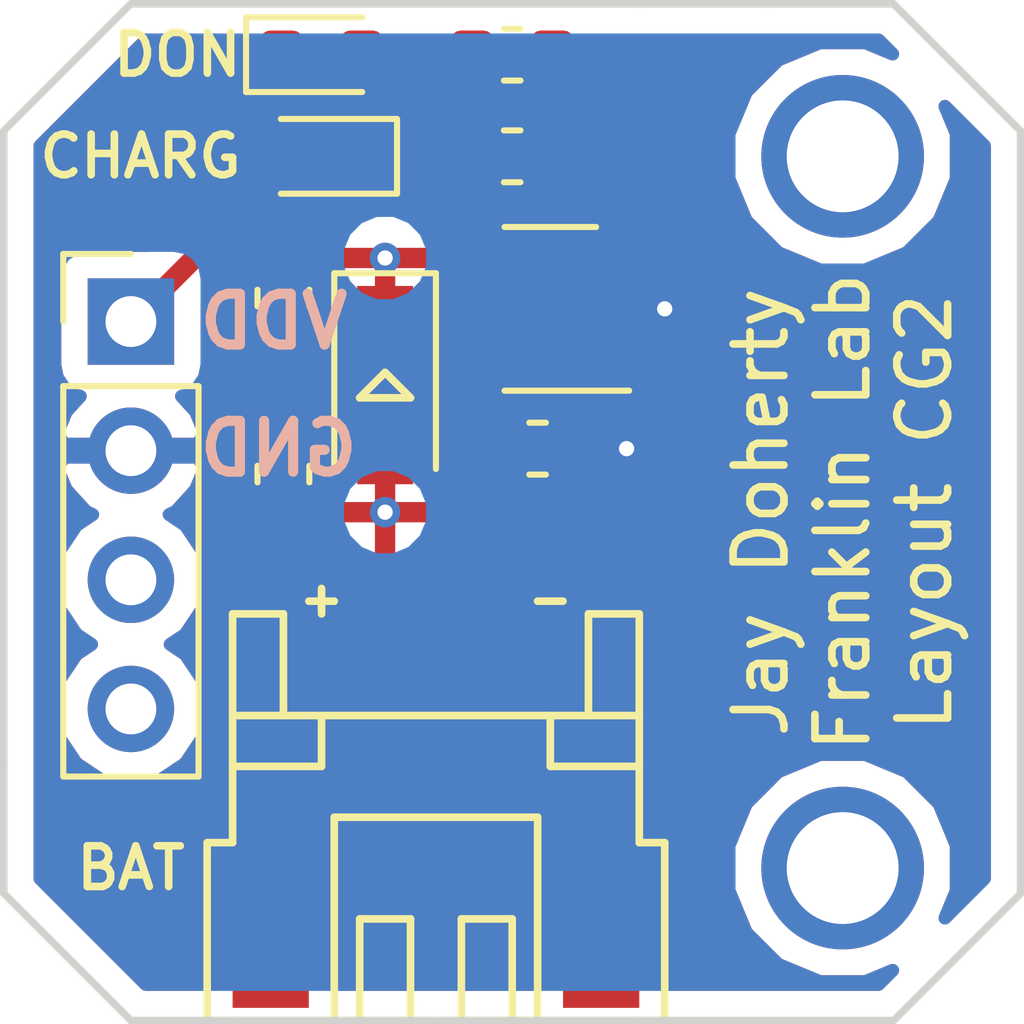
<source format=kicad_pcb>
(kicad_pcb (version 20171130) (host pcbnew "(5.0.0-3-g5ebb6b6)")

  (general
    (thickness 1.6)
    (drawings 21)
    (tracks 39)
    (zones 0)
    (modules 13)
    (nets 10)
  )

  (page A4)
  (layers
    (0 F.Cu signal)
    (31 B.Cu signal)
    (32 B.Adhes user)
    (33 F.Adhes user)
    (34 B.Paste user)
    (35 F.Paste user)
    (36 B.SilkS user)
    (37 F.SilkS user)
    (38 B.Mask user)
    (39 F.Mask user)
    (40 Dwgs.User user)
    (41 Cmts.User user)
    (42 Eco1.User user)
    (43 Eco2.User user)
    (44 Edge.Cuts user)
    (45 Margin user)
    (46 B.CrtYd user)
    (47 F.CrtYd user)
    (48 B.Fab user)
    (49 F.Fab user)
  )

  (setup
    (last_trace_width 0.254)
    (user_trace_width 0.4)
    (trace_clearance 0.254)
    (zone_clearance 0.508)
    (zone_45_only no)
    (trace_min 0.2)
    (segment_width 0.15)
    (edge_width 0.15)
    (via_size 0.6)
    (via_drill 0.3)
    (via_min_size 0.4)
    (via_min_drill 0.3)
    (uvia_size 0.3)
    (uvia_drill 0.1)
    (uvias_allowed no)
    (uvia_min_size 0.2)
    (uvia_min_drill 0.1)
    (pcb_text_width 0.3)
    (pcb_text_size 1.5 1.5)
    (mod_edge_width 0.15)
    (mod_text_size 1 1)
    (mod_text_width 0.15)
    (pad_size 2.2 2.2)
    (pad_drill 2.2)
    (pad_to_mask_clearance 0.2)
    (aux_axis_origin 0 0)
    (visible_elements FFFFFF7F)
    (pcbplotparams
      (layerselection 0x010f0_ffffffff)
      (usegerberextensions false)
      (usegerberattributes false)
      (usegerberadvancedattributes false)
      (creategerberjobfile false)
      (excludeedgelayer true)
      (linewidth 0.100000)
      (plotframeref false)
      (viasonmask false)
      (mode 1)
      (useauxorigin false)
      (hpglpennumber 1)
      (hpglpenspeed 20)
      (hpglpendiameter 15.000000)
      (psnegative false)
      (psa4output false)
      (plotreference true)
      (plotvalue true)
      (plotinvisibletext false)
      (padsonsilk false)
      (subtractmaskfromsilk false)
      (outputformat 1)
      (mirror false)
      (drillshape 0)
      (scaleselection 1)
      (outputdirectory "Gerbers/"))
  )

  (net 0 "")
  (net 1 GND)
  (net 2 VDD)
  (net 3 VBAT)
  (net 4 RX)
  (net 5 TX)
  (net 6 STAT)
  (net 7 PROG)
  (net 8 "Net-(D2-Pad1)")
  (net 9 "Net-(D3-Pad2)")

  (net_class Default "This is the default net class."
    (clearance 0.254)
    (trace_width 0.254)
    (via_dia 0.6)
    (via_drill 0.3)
    (uvia_dia 0.3)
    (uvia_drill 0.1)
    (add_net GND)
    (add_net "Net-(D2-Pad1)")
    (add_net "Net-(D3-Pad2)")
    (add_net PROG)
    (add_net RX)
    (add_net STAT)
    (add_net TX)
    (add_net VBAT)
    (add_net VDD)
  )

  (module "Custom_Footprint_Library:JST Lipo Header (S2B-PH-SM4-TB)" (layer F.Cu) (tedit 5E4C3E70) (tstamp 5E4C440A)
    (at 106 112)
    (path /5E4B78CE)
    (fp_text reference JSTPH1 (at 0 4.25) (layer F.SilkS) hide
      (effects (font (size 1 1) (thickness 0.15)))
    )
    (fp_text value Conn_01x02 (at 0 6) (layer F.Fab) hide
      (effects (font (size 1 1) (thickness 0.15)))
    )
    (fp_line (start 2.25 -2) (end 4 -2) (layer F.SilkS) (width 0.15))
    (fp_line (start 2.25 -3) (end 2.25 -2) (layer F.SilkS) (width 0.15))
    (fp_line (start -2.25 -2) (end -4 -2) (layer F.SilkS) (width 0.15))
    (fp_line (start -2.25 -3) (end -2.25 -2) (layer F.SilkS) (width 0.15))
    (fp_line (start -3 -5) (end -4 -5) (layer F.SilkS) (width 0.15))
    (fp_line (start 4 -5) (end 3 -5) (layer F.SilkS) (width 0.15))
    (fp_line (start -4.5 3) (end -4 3) (layer F.SilkS) (width 0.15))
    (fp_line (start -4.5 -0.5) (end -4.5 3) (layer F.SilkS) (width 0.15))
    (fp_line (start -4 -0.5) (end -4.5 -0.5) (layer F.SilkS) (width 0.15))
    (fp_line (start 4.5 3) (end 4 3) (layer F.SilkS) (width 0.15))
    (fp_line (start 4.5 -0.5) (end 4.5 3) (layer F.SilkS) (width 0.15))
    (fp_line (start 4 -0.5) (end 4.5 -0.5) (layer F.SilkS) (width 0.15))
    (fp_line (start -3 -5) (end -3 -3) (layer F.SilkS) (width 0.15))
    (fp_line (start -4 -5) (end -4 -3) (layer F.SilkS) (width 0.15))
    (fp_line (start 3 -5) (end 3 -3) (layer F.SilkS) (width 0.15))
    (fp_line (start 4 -3) (end 4 -5) (layer F.SilkS) (width 0.15))
    (fp_line (start -2 -1) (end 2 -1) (layer F.SilkS) (width 0.15))
    (fp_line (start -4 -3) (end -4 -0.5) (layer F.SilkS) (width 0.15))
    (fp_line (start 4 -3) (end 4 -0.5) (layer F.SilkS) (width 0.15))
    (fp_line (start 2 -1) (end 2 3) (layer F.SilkS) (width 0.15))
    (fp_line (start -2 3) (end -2 -1) (layer F.SilkS) (width 0.15))
    (fp_line (start 1.5 1) (end 1.5 3) (layer F.SilkS) (width 0.15))
    (fp_line (start 0.5 1) (end 1.5 1) (layer F.SilkS) (width 0.15))
    (fp_line (start 0.5 3) (end 0.5 1) (layer F.SilkS) (width 0.15))
    (fp_line (start -0.5 1) (end -0.5 3) (layer F.SilkS) (width 0.15))
    (fp_line (start -1.5 1) (end -0.5 1) (layer F.SilkS) (width 0.15))
    (fp_line (start -1.5 3) (end -1.5 1) (layer F.SilkS) (width 0.15))
    (fp_line (start 2 -5.25) (end 2.5 -5.25) (layer F.SilkS) (width 0.15))
    (fp_line (start -2.25 -5.5) (end -2.25 -5) (layer F.SilkS) (width 0.15))
    (fp_line (start -2.5 -5.25) (end -2 -5.25) (layer F.SilkS) (width 0.15))
    (fp_line (start -4 -3) (end 4 -3) (layer F.SilkS) (width 0.15))
    (fp_line (start 0 3) (end 4 3) (layer F.SilkS) (width 0.15))
    (fp_line (start 0 3) (end -4 3) (layer F.SilkS) (width 0.15))
    (pad "" connect rect (at 3.25 1.25) (size 1.5 3) (layers F.Cu F.Mask))
    (pad "" connect rect (at -3.25 1.25) (size 1.5 3) (layers F.Cu F.Mask))
    (pad 2 smd rect (at 1 -4.5) (size 1 2.8) (layers F.Cu F.Paste F.Mask)
      (net 1 GND))
    (pad 1 smd rect (at -1 -4.5) (size 1 2.8) (layers F.Cu F.Paste F.Mask)
      (net 3 VBAT))
  )

  (module Capacitor_SMD:C_0603_1608Metric (layer F.Cu) (tedit 5E4B8CCF) (tstamp 5E4B89DA)
    (at 103 100.7875 90)
    (descr "Capacitor SMD 0603 (1608 Metric), square (rectangular) end terminal, IPC_7351 nominal, (Body size source: http://www.tortai-tech.com/upload/download/2011102023233369053.pdf), generated with kicad-footprint-generator")
    (tags capacitor)
    (path /5E4B72EC)
    (attr smd)
    (fp_text reference C1 (at -2.4625 0 270) (layer F.SilkS) hide
      (effects (font (size 1 1) (thickness 0.15)))
    )
    (fp_text value 10uF (at 0 1.43 90) (layer F.Fab) hide
      (effects (font (size 1 1) (thickness 0.15)))
    )
    (fp_line (start -0.8 0.4) (end -0.8 -0.4) (layer F.Fab) (width 0.1))
    (fp_line (start -0.8 -0.4) (end 0.8 -0.4) (layer F.Fab) (width 0.1))
    (fp_line (start 0.8 -0.4) (end 0.8 0.4) (layer F.Fab) (width 0.1))
    (fp_line (start 0.8 0.4) (end -0.8 0.4) (layer F.Fab) (width 0.1))
    (fp_line (start -0.162779 -0.51) (end 0.162779 -0.51) (layer F.SilkS) (width 0.12))
    (fp_line (start -0.162779 0.51) (end 0.162779 0.51) (layer F.SilkS) (width 0.12))
    (fp_line (start -1.48 0.73) (end -1.48 -0.73) (layer F.CrtYd) (width 0.05))
    (fp_line (start -1.48 -0.73) (end 1.48 -0.73) (layer F.CrtYd) (width 0.05))
    (fp_line (start 1.48 -0.73) (end 1.48 0.73) (layer F.CrtYd) (width 0.05))
    (fp_line (start 1.48 0.73) (end -1.48 0.73) (layer F.CrtYd) (width 0.05))
    (fp_text user %R (at 0 0 90) (layer F.Fab)
      (effects (font (size 0.4 0.4) (thickness 0.06)))
    )
    (pad 1 smd roundrect (at -0.7875 0 90) (size 0.875 0.95) (layers F.Cu F.Paste F.Mask) (roundrect_rratio 0.25)
      (net 1 GND))
    (pad 2 smd roundrect (at 0.7875 0 90) (size 0.875 0.95) (layers F.Cu F.Paste F.Mask) (roundrect_rratio 0.25)
      (net 2 VDD))
    (model ${KISYS3DMOD}/Capacitor_SMD.3dshapes/C_0603_1608Metric.wrl
      (at (xyz 0 0 0))
      (scale (xyz 1 1 1))
      (rotate (xyz 0 0 0))
    )
  )

  (module Capacitor_SMD:C_0603_1608Metric (layer F.Cu) (tedit 5E4B8CC5) (tstamp 5E4B99A4)
    (at 103 104.25 90)
    (descr "Capacitor SMD 0603 (1608 Metric), square (rectangular) end terminal, IPC_7351 nominal, (Body size source: http://www.tortai-tech.com/upload/download/2011102023233369053.pdf), generated with kicad-footprint-generator")
    (tags capacitor)
    (path /5E4B7CFC)
    (attr smd)
    (fp_text reference C2 (at 0 -1.43 90) (layer F.SilkS) hide
      (effects (font (size 1 1) (thickness 0.15)))
    )
    (fp_text value 10uF (at 0 1.43 90) (layer F.Fab) hide
      (effects (font (size 1 1) (thickness 0.15)))
    )
    (fp_text user %R (at 0 0 90) (layer F.Fab)
      (effects (font (size 0.4 0.4) (thickness 0.06)))
    )
    (fp_line (start 1.48 0.73) (end -1.48 0.73) (layer F.CrtYd) (width 0.05))
    (fp_line (start 1.48 -0.73) (end 1.48 0.73) (layer F.CrtYd) (width 0.05))
    (fp_line (start -1.48 -0.73) (end 1.48 -0.73) (layer F.CrtYd) (width 0.05))
    (fp_line (start -1.48 0.73) (end -1.48 -0.73) (layer F.CrtYd) (width 0.05))
    (fp_line (start -0.162779 0.51) (end 0.162779 0.51) (layer F.SilkS) (width 0.12))
    (fp_line (start -0.162779 -0.51) (end 0.162779 -0.51) (layer F.SilkS) (width 0.12))
    (fp_line (start 0.8 0.4) (end -0.8 0.4) (layer F.Fab) (width 0.1))
    (fp_line (start 0.8 -0.4) (end 0.8 0.4) (layer F.Fab) (width 0.1))
    (fp_line (start -0.8 -0.4) (end 0.8 -0.4) (layer F.Fab) (width 0.1))
    (fp_line (start -0.8 0.4) (end -0.8 -0.4) (layer F.Fab) (width 0.1))
    (pad 2 smd roundrect (at 0.7875 0 90) (size 0.875 0.95) (layers F.Cu F.Paste F.Mask) (roundrect_rratio 0.25)
      (net 1 GND))
    (pad 1 smd roundrect (at -0.7875 0 90) (size 0.875 0.95) (layers F.Cu F.Paste F.Mask) (roundrect_rratio 0.25)
      (net 3 VBAT))
    (model ${KISYS3DMOD}/Capacitor_SMD.3dshapes/C_0603_1608Metric.wrl
      (at (xyz 0 0 0))
      (scale (xyz 1 1 1))
      (rotate (xyz 0 0 0))
    )
  )

  (module Package_TO_SOT_SMD:SOT-23-5 (layer F.Cu) (tedit 5E4B8CBD) (tstamp 5E57AB9A)
    (at 108.25 101 180)
    (descr "5-pin SOT23 package")
    (tags SOT-23-5)
    (path /5E4B705D)
    (attr smd)
    (fp_text reference CGU1 (at 0 -2.9 180) (layer F.SilkS) hide
      (effects (font (size 1 1) (thickness 0.15)))
    )
    (fp_text value MCP73831-2-OT (at 0 2.9 180) (layer F.Fab) hide
      (effects (font (size 1 1) (thickness 0.15)))
    )
    (fp_text user %R (at 0 0 270) (layer F.Fab)
      (effects (font (size 0.5 0.5) (thickness 0.075)))
    )
    (fp_line (start -0.9 1.61) (end 0.9 1.61) (layer F.SilkS) (width 0.12))
    (fp_line (start 0.9 -1.61) (end -1.55 -1.61) (layer F.SilkS) (width 0.12))
    (fp_line (start -1.9 -1.8) (end 1.9 -1.8) (layer F.CrtYd) (width 0.05))
    (fp_line (start 1.9 -1.8) (end 1.9 1.8) (layer F.CrtYd) (width 0.05))
    (fp_line (start 1.9 1.8) (end -1.9 1.8) (layer F.CrtYd) (width 0.05))
    (fp_line (start -1.9 1.8) (end -1.9 -1.8) (layer F.CrtYd) (width 0.05))
    (fp_line (start -0.9 -0.9) (end -0.25 -1.55) (layer F.Fab) (width 0.1))
    (fp_line (start 0.9 -1.55) (end -0.25 -1.55) (layer F.Fab) (width 0.1))
    (fp_line (start -0.9 -0.9) (end -0.9 1.55) (layer F.Fab) (width 0.1))
    (fp_line (start 0.9 1.55) (end -0.9 1.55) (layer F.Fab) (width 0.1))
    (fp_line (start 0.9 -1.55) (end 0.9 1.55) (layer F.Fab) (width 0.1))
    (pad 1 smd rect (at -1.1 -0.95 180) (size 1.06 0.65) (layers F.Cu F.Paste F.Mask)
      (net 6 STAT))
    (pad 2 smd rect (at -1.1 0 180) (size 1.06 0.65) (layers F.Cu F.Paste F.Mask)
      (net 1 GND))
    (pad 3 smd rect (at -1.1 0.95 180) (size 1.06 0.65) (layers F.Cu F.Paste F.Mask)
      (net 3 VBAT))
    (pad 4 smd rect (at 1.1 0.95 180) (size 1.06 0.65) (layers F.Cu F.Paste F.Mask)
      (net 2 VDD))
    (pad 5 smd rect (at 1.1 -0.95 180) (size 1.06 0.65) (layers F.Cu F.Paste F.Mask)
      (net 7 PROG))
    (model ${KISYS3DMOD}/Package_TO_SOT_SMD.3dshapes/SOT-23-5.wrl
      (at (xyz 0 0 0))
      (scale (xyz 1 1 1))
      (rotate (xyz 0 0 0))
    )
  )

  (module LED_SMD:LED_0603_1608Metric (layer F.Cu) (tedit 5E4B8832) (tstamp 5E4BEDF3)
    (at 103.75 98 180)
    (descr "LED SMD 0603 (1608 Metric), square (rectangular) end terminal, IPC_7351 nominal, (Body size source: http://www.tortai-tech.com/upload/download/2011102023233369053.pdf), generated with kicad-footprint-generator")
    (tags diode)
    (path /5E4B8767)
    (attr smd)
    (fp_text reference D2 (at 0 -1.43 180) (layer F.SilkS) hide
      (effects (font (size 1 1) (thickness 0.15)))
    )
    (fp_text value CHG (at -3.5 0 180) (layer F.Fab) hide
      (effects (font (size 1 1) (thickness 0.15)))
    )
    (fp_text user %R (at 0 0 180) (layer F.Fab)
      (effects (font (size 0.4 0.4) (thickness 0.06)))
    )
    (fp_line (start 1.48 0.73) (end -1.48 0.73) (layer F.CrtYd) (width 0.05))
    (fp_line (start 1.48 -0.73) (end 1.48 0.73) (layer F.CrtYd) (width 0.05))
    (fp_line (start -1.48 -0.73) (end 1.48 -0.73) (layer F.CrtYd) (width 0.05))
    (fp_line (start -1.48 0.73) (end -1.48 -0.73) (layer F.CrtYd) (width 0.05))
    (fp_line (start -1.485 0.735) (end 0.8 0.735) (layer F.SilkS) (width 0.12))
    (fp_line (start -1.485 -0.735) (end -1.485 0.735) (layer F.SilkS) (width 0.12))
    (fp_line (start 0.8 -0.735) (end -1.485 -0.735) (layer F.SilkS) (width 0.12))
    (fp_line (start 0.8 0.4) (end 0.8 -0.4) (layer F.Fab) (width 0.1))
    (fp_line (start -0.8 0.4) (end 0.8 0.4) (layer F.Fab) (width 0.1))
    (fp_line (start -0.8 -0.1) (end -0.8 0.4) (layer F.Fab) (width 0.1))
    (fp_line (start -0.5 -0.4) (end -0.8 -0.1) (layer F.Fab) (width 0.1))
    (fp_line (start 0.8 -0.4) (end -0.5 -0.4) (layer F.Fab) (width 0.1))
    (pad 2 smd roundrect (at 0.7875 0 180) (size 0.875 0.95) (layers F.Cu F.Paste F.Mask) (roundrect_rratio 0.25)
      (net 2 VDD))
    (pad 1 smd roundrect (at -0.7875 0 180) (size 0.875 0.95) (layers F.Cu F.Paste F.Mask) (roundrect_rratio 0.25)
      (net 8 "Net-(D2-Pad1)"))
    (model ${KISYS3DMOD}/LED_SMD.3dshapes/LED_0603_1608Metric.wrl
      (at (xyz 0 0 0))
      (scale (xyz 1 1 1))
      (rotate (xyz 0 0 0))
    )
  )

  (module Connector_PinHeader_2.54mm:PinHeader_1x04_P2.54mm_Vertical (layer F.Cu) (tedit 5E4B85BA) (tstamp 5E57ABD8)
    (at 100 101.25)
    (descr "Through hole straight pin header, 1x04, 2.54mm pitch, single row")
    (tags "Through hole pin header THT 1x04 2.54mm single row")
    (path /5E4B7A25)
    (fp_text reference J1 (at 0 -2.33) (layer F.SilkS) hide
      (effects (font (size 1 1) (thickness 0.15)))
    )
    (fp_text value Conn_01x04 (at 0 9.95) (layer F.Fab) hide
      (effects (font (size 1 1) (thickness 0.15)))
    )
    (fp_line (start -0.635 -1.27) (end 1.27 -1.27) (layer F.Fab) (width 0.1))
    (fp_line (start 1.27 -1.27) (end 1.27 8.89) (layer F.Fab) (width 0.1))
    (fp_line (start 1.27 8.89) (end -1.27 8.89) (layer F.Fab) (width 0.1))
    (fp_line (start -1.27 8.89) (end -1.27 -0.635) (layer F.Fab) (width 0.1))
    (fp_line (start -1.27 -0.635) (end -0.635 -1.27) (layer F.Fab) (width 0.1))
    (fp_line (start -1.33 8.95) (end 1.33 8.95) (layer F.SilkS) (width 0.12))
    (fp_line (start -1.33 1.27) (end -1.33 8.95) (layer F.SilkS) (width 0.12))
    (fp_line (start 1.33 1.27) (end 1.33 8.95) (layer F.SilkS) (width 0.12))
    (fp_line (start -1.33 1.27) (end 1.33 1.27) (layer F.SilkS) (width 0.12))
    (fp_line (start -1.33 0) (end -1.33 -1.33) (layer F.SilkS) (width 0.12))
    (fp_line (start -1.33 -1.33) (end 0 -1.33) (layer F.SilkS) (width 0.12))
    (fp_line (start -1.8 -1.8) (end -1.8 9.4) (layer F.CrtYd) (width 0.05))
    (fp_line (start -1.8 9.4) (end 1.8 9.4) (layer F.CrtYd) (width 0.05))
    (fp_line (start 1.8 9.4) (end 1.8 -1.8) (layer F.CrtYd) (width 0.05))
    (fp_line (start 1.8 -1.8) (end -1.8 -1.8) (layer F.CrtYd) (width 0.05))
    (fp_text user %R (at 0 3.81 90) (layer F.Fab)
      (effects (font (size 1 1) (thickness 0.15)))
    )
    (pad 1 thru_hole rect (at 0 0) (size 1.7 1.7) (drill 1) (layers *.Cu *.Mask)
      (net 2 VDD))
    (pad 2 thru_hole oval (at 0 2.54) (size 1.7 1.7) (drill 1) (layers *.Cu *.Mask)
      (net 1 GND))
    (pad 3 thru_hole oval (at 0 5.08) (size 1.7 1.7) (drill 1) (layers *.Cu *.Mask)
      (net 4 RX))
    (pad 4 thru_hole oval (at 0 7.62) (size 1.7 1.7) (drill 1) (layers *.Cu *.Mask)
      (net 5 TX))
    (model ${KISYS3DMOD}/Connector_PinHeader_2.54mm.3dshapes/PinHeader_1x04_P2.54mm_Vertical.wrl
      (at (xyz 0 0 0))
      (scale (xyz 1 1 1))
      (rotate (xyz 0 0 0))
    )
  )

  (module Resistor_SMD:R_0603_1608Metric (layer F.Cu) (tedit 5E4B8AF6) (tstamp 5E57AC18)
    (at 107.5 98 180)
    (descr "Resistor SMD 0603 (1608 Metric), square (rectangular) end terminal, IPC_7351 nominal, (Body size source: http://www.tortai-tech.com/upload/download/2011102023233369053.pdf), generated with kicad-footprint-generator")
    (tags resistor)
    (path /5E4B896E)
    (attr smd)
    (fp_text reference R2 (at -2.5 0 180) (layer F.SilkS) hide
      (effects (font (size 1 1) (thickness 0.15)))
    )
    (fp_text value 1k (at 0 1.43 180) (layer F.Fab) hide
      (effects (font (size 1 1) (thickness 0.15)))
    )
    (fp_line (start -0.8 0.4) (end -0.8 -0.4) (layer F.Fab) (width 0.1))
    (fp_line (start -0.8 -0.4) (end 0.8 -0.4) (layer F.Fab) (width 0.1))
    (fp_line (start 0.8 -0.4) (end 0.8 0.4) (layer F.Fab) (width 0.1))
    (fp_line (start 0.8 0.4) (end -0.8 0.4) (layer F.Fab) (width 0.1))
    (fp_line (start -0.162779 -0.51) (end 0.162779 -0.51) (layer F.SilkS) (width 0.12))
    (fp_line (start -0.162779 0.51) (end 0.162779 0.51) (layer F.SilkS) (width 0.12))
    (fp_line (start -1.48 0.73) (end -1.48 -0.73) (layer F.CrtYd) (width 0.05))
    (fp_line (start -1.48 -0.73) (end 1.48 -0.73) (layer F.CrtYd) (width 0.05))
    (fp_line (start 1.48 -0.73) (end 1.48 0.73) (layer F.CrtYd) (width 0.05))
    (fp_line (start 1.48 0.73) (end -1.48 0.73) (layer F.CrtYd) (width 0.05))
    (fp_text user %R (at 0 0 180) (layer F.Fab)
      (effects (font (size 0.4 0.4) (thickness 0.06)))
    )
    (pad 1 smd roundrect (at -0.7875 0 180) (size 0.875 0.95) (layers F.Cu F.Paste F.Mask) (roundrect_rratio 0.25)
      (net 6 STAT))
    (pad 2 smd roundrect (at 0.7875 0 180) (size 0.875 0.95) (layers F.Cu F.Paste F.Mask) (roundrect_rratio 0.25)
      (net 8 "Net-(D2-Pad1)"))
    (model ${KISYS3DMOD}/Resistor_SMD.3dshapes/R_0603_1608Metric.wrl
      (at (xyz 0 0 0))
      (scale (xyz 1 1 1))
      (rotate (xyz 0 0 0))
    )
  )

  (module Resistor_SMD:R_0603_1608Metric (layer F.Cu) (tedit 5E4B8AEF) (tstamp 5E57AC29)
    (at 107.5 96 180)
    (descr "Resistor SMD 0603 (1608 Metric), square (rectangular) end terminal, IPC_7351 nominal, (Body size source: http://www.tortai-tech.com/upload/download/2011102023233369053.pdf), generated with kicad-footprint-generator")
    (tags resistor)
    (path /5E4B915B)
    (attr smd)
    (fp_text reference R3 (at -2.5 0 180) (layer F.SilkS) hide
      (effects (font (size 1 1) (thickness 0.15)))
    )
    (fp_text value 1k (at 0 1.43 180) (layer F.Fab) hide
      (effects (font (size 1 1) (thickness 0.15)))
    )
    (fp_text user %R (at 0 0 180) (layer F.Fab)
      (effects (font (size 0.4 0.4) (thickness 0.06)))
    )
    (fp_line (start 1.48 0.73) (end -1.48 0.73) (layer F.CrtYd) (width 0.05))
    (fp_line (start 1.48 -0.73) (end 1.48 0.73) (layer F.CrtYd) (width 0.05))
    (fp_line (start -1.48 -0.73) (end 1.48 -0.73) (layer F.CrtYd) (width 0.05))
    (fp_line (start -1.48 0.73) (end -1.48 -0.73) (layer F.CrtYd) (width 0.05))
    (fp_line (start -0.162779 0.51) (end 0.162779 0.51) (layer F.SilkS) (width 0.12))
    (fp_line (start -0.162779 -0.51) (end 0.162779 -0.51) (layer F.SilkS) (width 0.12))
    (fp_line (start 0.8 0.4) (end -0.8 0.4) (layer F.Fab) (width 0.1))
    (fp_line (start 0.8 -0.4) (end 0.8 0.4) (layer F.Fab) (width 0.1))
    (fp_line (start -0.8 -0.4) (end 0.8 -0.4) (layer F.Fab) (width 0.1))
    (fp_line (start -0.8 0.4) (end -0.8 -0.4) (layer F.Fab) (width 0.1))
    (pad 2 smd roundrect (at 0.7875 0 180) (size 0.875 0.95) (layers F.Cu F.Paste F.Mask) (roundrect_rratio 0.25)
      (net 9 "Net-(D3-Pad2)"))
    (pad 1 smd roundrect (at -0.7875 0 180) (size 0.875 0.95) (layers F.Cu F.Paste F.Mask) (roundrect_rratio 0.25)
      (net 6 STAT))
    (model ${KISYS3DMOD}/Resistor_SMD.3dshapes/R_0603_1608Metric.wrl
      (at (xyz 0 0 0))
      (scale (xyz 1 1 1))
      (rotate (xyz 0 0 0))
    )
  )

  (module Resistor_SMD:R_0603_1608Metric (layer F.Cu) (tedit 5E4B8C5B) (tstamp 5E595290)
    (at 108 103.75 180)
    (descr "Resistor SMD 0603 (1608 Metric), square (rectangular) end terminal, IPC_7351 nominal, (Body size source: http://www.tortai-tech.com/upload/download/2011102023233369053.pdf), generated with kicad-footprint-generator")
    (tags resistor)
    (path /5E4BA9FB)
    (attr smd)
    (fp_text reference RREF1 (at -3.75 0 180) (layer F.SilkS) hide
      (effects (font (size 1 1) (thickness 0.15)))
    )
    (fp_text value 5k (at 0 0) (layer F.Fab)
      (effects (font (size 1 1) (thickness 0.15)))
    )
    (fp_line (start -0.8 0.4) (end -0.8 -0.4) (layer F.Fab) (width 0.1))
    (fp_line (start -0.8 -0.4) (end 0.8 -0.4) (layer F.Fab) (width 0.1))
    (fp_line (start 0.8 -0.4) (end 0.8 0.4) (layer F.Fab) (width 0.1))
    (fp_line (start 0.8 0.4) (end -0.8 0.4) (layer F.Fab) (width 0.1))
    (fp_line (start -0.162779 -0.51) (end 0.162779 -0.51) (layer F.SilkS) (width 0.12))
    (fp_line (start -0.162779 0.51) (end 0.162779 0.51) (layer F.SilkS) (width 0.12))
    (fp_line (start -1.48 0.73) (end -1.48 -0.73) (layer F.CrtYd) (width 0.05))
    (fp_line (start -1.48 -0.73) (end 1.48 -0.73) (layer F.CrtYd) (width 0.05))
    (fp_line (start 1.48 -0.73) (end 1.48 0.73) (layer F.CrtYd) (width 0.05))
    (fp_line (start 1.48 0.73) (end -1.48 0.73) (layer F.CrtYd) (width 0.05))
    (fp_text user %R (at 0 0 180) (layer F.Fab)
      (effects (font (size 0.4 0.4) (thickness 0.06)))
    )
    (pad 1 smd roundrect (at -0.7875 0 180) (size 0.875 0.95) (layers F.Cu F.Paste F.Mask) (roundrect_rratio 0.25)
      (net 1 GND))
    (pad 2 smd roundrect (at 0.7875 0 180) (size 0.875 0.95) (layers F.Cu F.Paste F.Mask) (roundrect_rratio 0.25)
      (net 7 PROG))
    (model ${KISYS3DMOD}/Resistor_SMD.3dshapes/R_0603_1608Metric.wrl
      (at (xyz 0 0 0))
      (scale (xyz 1 1 1))
      (rotate (xyz 0 0 0))
    )
  )

  (module LED_SMD:LED_0603_1608Metric (layer F.Cu) (tedit 5E4B9FD7) (tstamp 5E57DB55)
    (at 103.75 96)
    (descr "LED SMD 0603 (1608 Metric), square (rectangular) end terminal, IPC_7351 nominal, (Body size source: http://www.tortai-tech.com/upload/download/2011102023233369053.pdf), generated with kicad-footprint-generator")
    (tags diode)
    (path /5E4B9154)
    (attr smd)
    (fp_text reference D3 (at 0 -1.43) (layer F.SilkS) hide
      (effects (font (size 1 1) (thickness 0.15)))
    )
    (fp_text value DONE (at 0 1.43) (layer F.Fab) hide
      (effects (font (size 1 1) (thickness 0.15)))
    )
    (fp_line (start 0.8 -0.4) (end -0.5 -0.4) (layer F.Fab) (width 0.1))
    (fp_line (start -0.5 -0.4) (end -0.8 -0.1) (layer F.Fab) (width 0.1))
    (fp_line (start -0.8 -0.1) (end -0.8 0.4) (layer F.Fab) (width 0.1))
    (fp_line (start -0.8 0.4) (end 0.8 0.4) (layer F.Fab) (width 0.1))
    (fp_line (start 0.8 0.4) (end 0.8 -0.4) (layer F.Fab) (width 0.1))
    (fp_line (start 0.8 -0.735) (end -1.485 -0.735) (layer F.SilkS) (width 0.12))
    (fp_line (start -1.485 -0.735) (end -1.485 0.735) (layer F.SilkS) (width 0.12))
    (fp_line (start -1.485 0.735) (end 0.8 0.735) (layer F.SilkS) (width 0.12))
    (fp_line (start -1.48 0.73) (end -1.48 -0.73) (layer F.CrtYd) (width 0.05))
    (fp_line (start -1.48 -0.73) (end 1.48 -0.73) (layer F.CrtYd) (width 0.05))
    (fp_line (start 1.48 -0.73) (end 1.48 0.73) (layer F.CrtYd) (width 0.05))
    (fp_line (start 1.48 0.73) (end -1.48 0.73) (layer F.CrtYd) (width 0.05))
    (fp_text user %R (at 0 0) (layer F.Fab)
      (effects (font (size 0.4 0.4) (thickness 0.06)))
    )
    (pad 1 smd roundrect (at -0.7875 0) (size 0.875 0.95) (layers F.Cu F.Paste F.Mask) (roundrect_rratio 0.25)
      (net 1 GND))
    (pad 2 smd roundrect (at 0.7875 0) (size 0.875 0.95) (layers F.Cu F.Paste F.Mask) (roundrect_rratio 0.25)
      (net 9 "Net-(D3-Pad2)"))
    (model ${KISYS3DMOD}/LED_SMD.3dshapes/LED_0603_1608Metric.wrl
      (at (xyz 0 0 0))
      (scale (xyz 1 1 1))
      (rotate (xyz 0 0 0))
    )
  )

  (module Custom_Footprint_Library:MountingHole_2.2mm (layer F.Cu) (tedit 5E4C6046) (tstamp 5E645AC6)
    (at 114 98)
    (path /5E4C45A5)
    (fp_text reference MH1 (at 0 -2.5) (layer F.SilkS) hide
      (effects (font (size 1 1) (thickness 0.15)))
    )
    (fp_text value MountingHole (at 0 2.5) (layer F.Fab) hide
      (effects (font (size 1 1) (thickness 0.15)))
    )
    (pad "" thru_hole circle (at 0 0) (size 3.2 3.2) (drill 2.2) (layers *.Cu *.Mask))
  )

  (module Custom_Footprint_Library:MountingHole_2.2mm (layer F.Cu) (tedit 5E4C604B) (tstamp 5E645ACB)
    (at 114 112)
    (path /5E4C463D)
    (fp_text reference MH2 (at 0 -2.5) (layer F.SilkS) hide
      (effects (font (size 1 1) (thickness 0.15)))
    )
    (fp_text value MountingHole (at 0 2.5) (layer F.Fab) hide
      (effects (font (size 1 1) (thickness 0.15)))
    )
    (pad "" thru_hole circle (at 0 0) (size 3.2 3.2) (drill 2.2) (layers *.Cu *.Mask))
  )

  (module Diode_SMD:D_SOD-123F (layer F.Cu) (tedit 5E594C71) (tstamp 5E595183)
    (at 105 102.5 270)
    (descr D_SOD-123F)
    (tags D_SOD-123F)
    (path /5E4BA0EB)
    (attr smd)
    (fp_text reference D1 (at -0.127 -1.905 270) (layer F.SilkS) hide
      (effects (font (size 1 1) (thickness 0.15)))
    )
    (fp_text value D (at 0 2.1 270) (layer F.Fab) hide
      (effects (font (size 1 1) (thickness 0.15)))
    )
    (fp_text user %R (at -0.127 0 270) (layer F.Fab)
      (effects (font (size 1 1) (thickness 0.15)))
    )
    (fp_line (start -2.2 -1) (end -2.2 1) (layer F.SilkS) (width 0.12))
    (fp_line (start 0.25 0) (end 0.75 0) (layer F.Fab) (width 0.1))
    (fp_line (start 0.25 0.4) (end -0.35 0) (layer F.Fab) (width 0.1))
    (fp_line (start 0.25 -0.4) (end 0.25 0.4) (layer F.Fab) (width 0.1))
    (fp_line (start -0.35 0) (end 0.25 -0.4) (layer F.Fab) (width 0.1))
    (fp_line (start -0.35 0) (end -0.35 0.55) (layer F.Fab) (width 0.1))
    (fp_line (start -0.35 0) (end -0.35 -0.55) (layer F.Fab) (width 0.1))
    (fp_line (start -0.75 0) (end -0.35 0) (layer F.Fab) (width 0.1))
    (fp_line (start -1.4 0.9) (end -1.4 -0.9) (layer F.Fab) (width 0.1))
    (fp_line (start 1.4 0.9) (end -1.4 0.9) (layer F.Fab) (width 0.1))
    (fp_line (start 1.4 -0.9) (end 1.4 0.9) (layer F.Fab) (width 0.1))
    (fp_line (start -1.4 -0.9) (end 1.4 -0.9) (layer F.Fab) (width 0.1))
    (fp_line (start -2.2 -1.15) (end 2.2 -1.15) (layer F.CrtYd) (width 0.05))
    (fp_line (start 2.2 -1.15) (end 2.2 1.15) (layer F.CrtYd) (width 0.05))
    (fp_line (start 2.2 1.15) (end -2.2 1.15) (layer F.CrtYd) (width 0.05))
    (fp_line (start -2.2 -1.15) (end -2.2 1.15) (layer F.CrtYd) (width 0.05))
    (fp_line (start -2.2 1) (end 1.65 1) (layer F.SilkS) (width 0.12))
    (fp_line (start -2.2 -1) (end 1.65 -1) (layer F.SilkS) (width 0.12))
    (pad 1 smd rect (at -1.4 0 270) (size 1.1 1.1) (layers F.Cu F.Paste F.Mask)
      (net 2 VDD))
    (pad 2 smd rect (at 1.4 0 270) (size 1.1 1.1) (layers F.Cu F.Paste F.Mask)
      (net 3 VBAT))
    (model ${KISYS3DMOD}/Diode_SMD.3dshapes/D_SOD-123F.wrl
      (at (xyz 0 0 0))
      (scale (xyz 1 1 1))
      (rotate (xyz 0 0 0))
    )
  )

  (gr_line (start 105.5 102.75) (end 104.5 102.75) (layer F.SilkS) (width 0.15))
  (gr_line (start 105 102.25) (end 105.5 102.75) (layer F.SilkS) (width 0.15))
  (gr_line (start 104.5 102.75) (end 105 102.25) (layer F.SilkS) (width 0.15))
  (gr_text "Jay Doherty\nFranklin Lab\nLayout CG2" (at 114 105 90) (layer F.SilkS)
    (effects (font (size 1 1) (thickness 0.15)))
  )
  (gr_text BAT (at 100 112) (layer F.SilkS) (tstamp 5E4C46E4)
    (effects (font (size 0.8 0.8) (thickness 0.15)))
  )
  (gr_line (start 112.5 95) (end 115 95) (layer Edge.Cuts) (width 0.15))
  (gr_line (start 112.5 115) (end 115 115) (layer Edge.Cuts) (width 0.15))
  (gr_line (start 97.5 112.5) (end 97.5 110) (layer Edge.Cuts) (width 0.15))
  (gr_line (start 100 115) (end 97.5 112.5) (layer Edge.Cuts) (width 0.15))
  (gr_line (start 112.5 115) (end 100 115) (layer Edge.Cuts) (width 0.15))
  (gr_line (start 117.5 112.5) (end 115 115) (layer Edge.Cuts) (width 0.15))
  (gr_line (start 117.5 97.5) (end 117.5 112.5) (layer Edge.Cuts) (width 0.15))
  (gr_line (start 115 95) (end 117.5 97.5) (layer Edge.Cuts) (width 0.15))
  (gr_line (start 110 95) (end 112.5 95) (layer Edge.Cuts) (width 0.15))
  (gr_line (start 100 95) (end 110 95) (layer Edge.Cuts) (width 0.15))
  (gr_line (start 97.5 97.5) (end 97.5 110) (layer Edge.Cuts) (width 0.15))
  (gr_line (start 100 95) (end 97.5 97.5) (layer Edge.Cuts) (width 0.15))
  (gr_text GND (at 101.25 103.75) (layer B.SilkS) (tstamp 5E4B923D)
    (effects (font (size 1 1) (thickness 0.2)) (justify right mirror))
  )
  (gr_text VDD (at 101.25 101.25) (layer B.SilkS) (tstamp 5E4B9347)
    (effects (font (size 1 1) (thickness 0.2)) (justify right mirror))
  )
  (gr_text CHARG (at 102.25 98) (layer F.SilkS) (tstamp 5E4B9BB6)
    (effects (font (size 0.8 0.8) (thickness 0.15)) (justify right))
  )
  (gr_text DON (at 102.25 96) (layer F.SilkS)
    (effects (font (size 0.8 0.8) (thickness 0.15)) (justify right))
  )

  (segment (start 109.4 101) (end 109.35 101.05) (width 0.4) (layer F.Cu) (net 1))
  (segment (start 109.35 101) (end 110.5 101) (width 0.254) (layer F.Cu) (net 1))
  (segment (start 110.174264 101) (end 110.5 101) (width 0.254) (layer F.Cu) (net 1))
  (segment (start 110.5 101) (end 110.174264 101) (width 0.254) (layer F.Cu) (net 1) (tstamp 5E4B95E2))
  (via (at 110.5 101) (size 0.6) (drill 0.3) (layers F.Cu B.Cu) (net 1))
  (segment (start 108.7875 103.75) (end 109.75 103.75) (width 0.254) (layer F.Cu) (net 1))
  (via (at 109.75 103.75) (size 0.6) (drill 0.3) (layers F.Cu B.Cu) (net 1))
  (segment (start 102.9 98.0125) (end 102.9125 98) (width 0.254) (layer F.Cu) (net 2))
  (segment (start 102.9625 99.9625) (end 103 100) (width 0.4) (layer F.Cu) (net 2))
  (segment (start 102.9625 98) (end 102.9625 99.9625) (width 0.4) (layer F.Cu) (net 2))
  (segment (start 103 100) (end 105 100) (width 0.4) (layer F.Cu) (net 2))
  (segment (start 105 100) (end 105 100) (width 0.4) (layer F.Cu) (net 2) (tstamp 5E4BF164))
  (segment (start 101.25 100) (end 100 101.25) (width 0.4) (layer F.Cu) (net 2))
  (segment (start 103 100) (end 101.25 100) (width 0.4) (layer F.Cu) (net 2))
  (segment (start 105 100) (end 105 100) (width 0.4) (layer F.Cu) (net 2) (tstamp 5E4C45A5))
  (via (at 105 100) (size 0.6) (drill 0.3) (layers F.Cu B.Cu) (net 2))
  (segment (start 105 101.1) (end 105 100) (width 0.4) (layer F.Cu) (net 2))
  (segment (start 107.1 100) (end 107.15 100.05) (width 0.4) (layer F.Cu) (net 2))
  (segment (start 105 100) (end 107.1 100) (width 0.4) (layer F.Cu) (net 2))
  (segment (start 105 105) (end 105 105) (width 0.4) (layer F.Cu) (net 3) (tstamp 5E57EEC4))
  (via (at 105 105) (size 0.6) (drill 0.3) (layers F.Cu B.Cu) (net 3))
  (segment (start 103.0375 105) (end 103 105.0375) (width 0.4) (layer F.Cu) (net 3))
  (segment (start 105 105) (end 103.0375 105) (width 0.4) (layer F.Cu) (net 3))
  (segment (start 105 105) (end 105 107.5) (width 0.4) (layer F.Cu) (net 3))
  (segment (start 105 103.9) (end 105 105) (width 0.4) (layer F.Cu) (net 3))
  (segment (start 111.5 100.75) (end 110.8 100.05) (width 0.4) (layer F.Cu) (net 3))
  (segment (start 111.5 104.25) (end 111.5 100.75) (width 0.4) (layer F.Cu) (net 3))
  (segment (start 110.75 105) (end 111.5 104.25) (width 0.4) (layer F.Cu) (net 3))
  (segment (start 105 105) (end 110.75 105) (width 0.4) (layer F.Cu) (net 3))
  (segment (start 110.8 100.05) (end 109.35 100.05) (width 0.4) (layer F.Cu) (net 3))
  (segment (start 108.2875 98) (end 108.2875 96) (width 0.254) (layer F.Cu) (net 6))
  (segment (start 108.25 98.0375) (end 108.2875 98) (width 0.254) (layer F.Cu) (net 6))
  (segment (start 108.45 101.95) (end 108.25 101.75) (width 0.254) (layer F.Cu) (net 6))
  (segment (start 109.35 101.95) (end 108.45 101.95) (width 0.254) (layer F.Cu) (net 6))
  (segment (start 108.25 101.75) (end 108.25 98.0375) (width 0.254) (layer F.Cu) (net 6))
  (segment (start 107.15 103.6875) (end 107.2125 103.75) (width 0.4) (layer F.Cu) (net 7))
  (segment (start 107.15 101.95) (end 107.15 103.6875) (width 0.4) (layer F.Cu) (net 7))
  (segment (start 104.5375 98) (end 106.7125 98) (width 0.254) (layer F.Cu) (net 8))
  (segment (start 106.7125 96) (end 104.5375 96) (width 0.254) (layer F.Cu) (net 9))

  (zone (net 1) (net_name GND) (layer F.Cu) (tstamp 5E587C2E) (hatch edge 0.508)
    (connect_pads (clearance 0.508))
    (min_thickness 0.254)
    (fill yes (arc_segments 16) (thermal_gap 0.508) (thermal_bridge_width 0.508))
    (polygon
      (pts
        (xy 97.5 112.5) (xy 100 115) (xy 115 115) (xy 117.5 112.5) (xy 117.5 97.5)
        (xy 115 95) (xy 100 95) (xy 97.5 97.5)
      )
    )
    (filled_polygon
      (pts
        (xy 101.89 95.71425) (xy 102.04875 95.873) (xy 102.8355 95.873) (xy 102.8355 95.853) (xy 103.0895 95.853)
        (xy 103.0895 95.873) (xy 103.1095 95.873) (xy 103.1095 96.127) (xy 103.0895 96.127) (xy 103.0895 96.147)
        (xy 102.8355 96.147) (xy 102.8355 96.127) (xy 102.04875 96.127) (xy 101.89 96.28575) (xy 101.89 96.60131)
        (xy 101.986673 96.834699) (xy 102.165302 97.013327) (xy 102.253245 97.049754) (xy 102.131261 97.131261) (xy 101.943495 97.412273)
        (xy 101.87756 97.74375) (xy 101.87756 98.25625) (xy 101.943495 98.587727) (xy 102.1275 98.863111) (xy 102.127501 99.165)
        (xy 101.332237 99.165) (xy 101.25 99.148642) (xy 101.167763 99.165) (xy 100.924199 99.213448) (xy 100.647999 99.397999)
        (xy 100.601415 99.467717) (xy 100.316572 99.75256) (xy 99.15 99.75256) (xy 98.902235 99.801843) (xy 98.692191 99.942191)
        (xy 98.551843 100.152235) (xy 98.50256 100.4) (xy 98.50256 102.1) (xy 98.551843 102.347765) (xy 98.692191 102.557809)
        (xy 98.902235 102.698157) (xy 99.005708 102.718739) (xy 98.728355 103.023076) (xy 98.558524 103.43311) (xy 98.679845 103.663)
        (xy 99.873 103.663) (xy 99.873 103.643) (xy 100.127 103.643) (xy 100.127 103.663) (xy 101.320155 103.663)
        (xy 101.441476 103.43311) (xy 101.271645 103.023076) (xy 100.994292 102.718739) (xy 101.097765 102.698157) (xy 101.307809 102.557809)
        (xy 101.448157 102.347765) (xy 101.49744 102.1) (xy 101.49744 101.86075) (xy 101.89 101.86075) (xy 101.89 102.138809)
        (xy 101.986673 102.372198) (xy 102.133224 102.51875) (xy 101.986673 102.665302) (xy 101.89 102.898691) (xy 101.89 103.17675)
        (xy 102.04875 103.3355) (xy 102.873 103.3355) (xy 102.873 102.54875) (xy 102.843 102.51875) (xy 102.873 102.48875)
        (xy 102.873 101.702) (xy 102.04875 101.702) (xy 101.89 101.86075) (xy 101.49744 101.86075) (xy 101.49744 100.933428)
        (xy 101.595868 100.835) (xy 101.962981 100.835) (xy 101.89 101.011191) (xy 101.89 101.28925) (xy 102.04875 101.448)
        (xy 102.873 101.448) (xy 102.873 101.428) (xy 103.127 101.428) (xy 103.127 101.448) (xy 103.147 101.448)
        (xy 103.147 101.702) (xy 103.127 101.702) (xy 103.127 102.48875) (xy 103.157 102.51875) (xy 103.127 102.54875)
        (xy 103.127 103.3355) (xy 103.147 103.3355) (xy 103.147 103.5895) (xy 103.127 103.5895) (xy 103.127 103.6095)
        (xy 102.873 103.6095) (xy 102.873 103.5895) (xy 102.04875 103.5895) (xy 101.89 103.74825) (xy 101.89 104.026309)
        (xy 101.986673 104.259698) (xy 102.051943 104.324969) (xy 101.943495 104.487273) (xy 101.87756 104.81875) (xy 101.87756 105.25625)
        (xy 101.943495 105.587727) (xy 102.131261 105.868739) (xy 102.412273 106.056505) (xy 102.74375 106.12244) (xy 103.25625 106.12244)
        (xy 103.587727 106.056505) (xy 103.868739 105.868739) (xy 103.891283 105.835) (xy 103.913359 105.835) (xy 103.901843 105.852235)
        (xy 103.85256 106.1) (xy 103.85256 108.9) (xy 103.901843 109.147765) (xy 104.042191 109.357809) (xy 104.252235 109.498157)
        (xy 104.5 109.54744) (xy 105.5 109.54744) (xy 105.747765 109.498157) (xy 105.957809 109.357809) (xy 105.998654 109.29668)
        (xy 106.140302 109.438327) (xy 106.373691 109.535) (xy 106.71425 109.535) (xy 106.873 109.37625) (xy 106.873 107.627)
        (xy 107.127 107.627) (xy 107.127 109.37625) (xy 107.28575 109.535) (xy 107.626309 109.535) (xy 107.859698 109.438327)
        (xy 108.038327 109.259699) (xy 108.135 109.02631) (xy 108.135 107.78575) (xy 107.97625 107.627) (xy 107.127 107.627)
        (xy 106.873 107.627) (xy 106.853 107.627) (xy 106.853 107.373) (xy 106.873 107.373) (xy 106.873 107.353)
        (xy 107.127 107.353) (xy 107.127 107.373) (xy 107.97625 107.373) (xy 108.135 107.21425) (xy 108.135 105.97369)
        (xy 108.077553 105.835) (xy 110.667767 105.835) (xy 110.75 105.851357) (xy 110.832233 105.835) (xy 110.832237 105.835)
        (xy 111.075801 105.786552) (xy 111.352001 105.602001) (xy 111.398587 105.53228) (xy 112.032283 104.898585) (xy 112.102001 104.852001)
        (xy 112.286552 104.575801) (xy 112.335 104.332237) (xy 112.335 104.332234) (xy 112.351357 104.250001) (xy 112.335 104.167768)
        (xy 112.335 100.832232) (xy 112.351357 100.749999) (xy 112.335 100.667766) (xy 112.335 100.667763) (xy 112.286552 100.424199)
        (xy 112.270383 100.4) (xy 112.148584 100.217715) (xy 112.148583 100.217714) (xy 112.102001 100.147999) (xy 112.032285 100.101416)
        (xy 111.448587 99.517719) (xy 111.402001 99.447999) (xy 111.125801 99.263448) (xy 110.882237 99.215) (xy 110.882233 99.215)
        (xy 110.8 99.198643) (xy 110.717767 99.215) (xy 110.2597 99.215) (xy 110.127765 99.126843) (xy 109.88 99.07756)
        (xy 109.012 99.07756) (xy 109.012 98.94006) (xy 109.118739 98.868739) (xy 109.306505 98.587727) (xy 109.37244 98.25625)
        (xy 109.37244 97.74375) (xy 109.306505 97.412273) (xy 109.118739 97.131261) (xy 109.0495 97.084997) (xy 109.0495 96.915003)
        (xy 109.118739 96.868739) (xy 109.306505 96.587727) (xy 109.37244 96.25625) (xy 109.37244 95.74375) (xy 109.365727 95.71)
        (xy 114.70591 95.71) (xy 114.984597 95.988687) (xy 114.444569 95.765) (xy 113.555431 95.765) (xy 112.733974 96.105259)
        (xy 112.105259 96.733974) (xy 111.765 97.555431) (xy 111.765 98.444569) (xy 112.105259 99.266026) (xy 112.733974 99.894741)
        (xy 113.555431 100.235) (xy 114.444569 100.235) (xy 115.266026 99.894741) (xy 115.894741 99.266026) (xy 116.235 98.444569)
        (xy 116.235 97.555431) (xy 116.011314 97.015405) (xy 116.79 97.794092) (xy 116.790001 112.205907) (xy 116.011314 112.984595)
        (xy 116.235 112.444569) (xy 116.235 111.555431) (xy 115.894741 110.733974) (xy 115.266026 110.105259) (xy 114.444569 109.765)
        (xy 113.555431 109.765) (xy 112.733974 110.105259) (xy 112.105259 110.733974) (xy 111.765 111.555431) (xy 111.765 112.444569)
        (xy 112.105259 113.266026) (xy 112.733974 113.894741) (xy 113.555431 114.235) (xy 114.444569 114.235) (xy 114.984597 114.011313)
        (xy 114.70591 114.29) (xy 110.64744 114.29) (xy 110.64744 111.75) (xy 110.598157 111.502235) (xy 110.457809 111.292191)
        (xy 110.247765 111.151843) (xy 110 111.10256) (xy 108.5 111.10256) (xy 108.252235 111.151843) (xy 108.042191 111.292191)
        (xy 107.901843 111.502235) (xy 107.85256 111.75) (xy 107.85256 114.29) (xy 104.14744 114.29) (xy 104.14744 111.75)
        (xy 104.098157 111.502235) (xy 103.957809 111.292191) (xy 103.747765 111.151843) (xy 103.5 111.10256) (xy 102 111.10256)
        (xy 101.752235 111.151843) (xy 101.542191 111.292191) (xy 101.401843 111.502235) (xy 101.35256 111.75) (xy 101.35256 114.29)
        (xy 100.294092 114.29) (xy 98.21 112.20591) (xy 98.21 106.33) (xy 98.485908 106.33) (xy 98.601161 106.909418)
        (xy 98.929375 107.400625) (xy 99.227761 107.6) (xy 98.929375 107.799375) (xy 98.601161 108.290582) (xy 98.485908 108.87)
        (xy 98.601161 109.449418) (xy 98.929375 109.940625) (xy 99.420582 110.268839) (xy 99.853744 110.355) (xy 100.146256 110.355)
        (xy 100.579418 110.268839) (xy 101.070625 109.940625) (xy 101.398839 109.449418) (xy 101.514092 108.87) (xy 101.398839 108.290582)
        (xy 101.070625 107.799375) (xy 100.772239 107.6) (xy 101.070625 107.400625) (xy 101.398839 106.909418) (xy 101.514092 106.33)
        (xy 101.398839 105.750582) (xy 101.070625 105.259375) (xy 100.751522 105.046157) (xy 100.881358 104.985183) (xy 101.271645 104.556924)
        (xy 101.441476 104.14689) (xy 101.320155 103.917) (xy 100.127 103.917) (xy 100.127 103.937) (xy 99.873 103.937)
        (xy 99.873 103.917) (xy 98.679845 103.917) (xy 98.558524 104.14689) (xy 98.728355 104.556924) (xy 99.118642 104.985183)
        (xy 99.248478 105.046157) (xy 98.929375 105.259375) (xy 98.601161 105.750582) (xy 98.485908 106.33) (xy 98.21 106.33)
        (xy 98.21 97.79409) (xy 100.294092 95.71) (xy 101.89 95.71)
      )
    )
    (filled_polygon
      (pts
        (xy 110.665001 101.095869) (xy 110.665 103.904132) (xy 110.404133 104.165) (xy 109.86 104.165) (xy 109.86 104.03575)
        (xy 109.70125 103.877) (xy 108.9145 103.877) (xy 108.9145 103.897) (xy 108.6605 103.897) (xy 108.6605 103.877)
        (xy 108.6405 103.877) (xy 108.6405 103.623) (xy 108.6605 103.623) (xy 108.6605 103.603) (xy 108.9145 103.603)
        (xy 108.9145 103.623) (xy 109.70125 103.623) (xy 109.86 103.46425) (xy 109.86 103.14869) (xy 109.766284 102.92244)
        (xy 109.88 102.92244) (xy 110.127765 102.873157) (xy 110.337809 102.732809) (xy 110.478157 102.522765) (xy 110.52744 102.275)
        (xy 110.52744 101.625) (xy 110.500064 101.487369) (xy 110.515 101.45131) (xy 110.515 101.28575) (xy 110.35625 101.127)
        (xy 110.277659 101.127) (xy 110.127765 101.026843) (xy 109.992815 101) (xy 110.127765 100.973157) (xy 110.2597 100.885)
        (xy 110.454132 100.885)
      )
    )
  )
  (zone (net 1) (net_name GND) (layer B.Cu) (tstamp 5E587C2B) (hatch edge 0.508)
    (connect_pads (clearance 0.508))
    (min_thickness 0.254)
    (fill yes (arc_segments 16) (thermal_gap 0.508) (thermal_bridge_width 0.508))
    (polygon
      (pts
        (xy 100 95) (xy 97.5 97.5) (xy 97.5 112.5) (xy 100 115) (xy 115 115)
        (xy 117.5 112.5) (xy 117.5 97.5) (xy 115 95)
      )
    )
    (filled_polygon
      (pts
        (xy 114.984597 95.988687) (xy 114.444569 95.765) (xy 113.555431 95.765) (xy 112.733974 96.105259) (xy 112.105259 96.733974)
        (xy 111.765 97.555431) (xy 111.765 98.444569) (xy 112.105259 99.266026) (xy 112.733974 99.894741) (xy 113.555431 100.235)
        (xy 114.444569 100.235) (xy 115.266026 99.894741) (xy 115.894741 99.266026) (xy 116.235 98.444569) (xy 116.235 97.555431)
        (xy 116.011314 97.015405) (xy 116.79 97.794092) (xy 116.790001 112.205907) (xy 116.011314 112.984595) (xy 116.235 112.444569)
        (xy 116.235 111.555431) (xy 115.894741 110.733974) (xy 115.266026 110.105259) (xy 114.444569 109.765) (xy 113.555431 109.765)
        (xy 112.733974 110.105259) (xy 112.105259 110.733974) (xy 111.765 111.555431) (xy 111.765 112.444569) (xy 112.105259 113.266026)
        (xy 112.733974 113.894741) (xy 113.555431 114.235) (xy 114.444569 114.235) (xy 114.984597 114.011313) (xy 114.70591 114.29)
        (xy 100.294092 114.29) (xy 98.21 112.20591) (xy 98.21 106.33) (xy 98.485908 106.33) (xy 98.601161 106.909418)
        (xy 98.929375 107.400625) (xy 99.227761 107.6) (xy 98.929375 107.799375) (xy 98.601161 108.290582) (xy 98.485908 108.87)
        (xy 98.601161 109.449418) (xy 98.929375 109.940625) (xy 99.420582 110.268839) (xy 99.853744 110.355) (xy 100.146256 110.355)
        (xy 100.579418 110.268839) (xy 101.070625 109.940625) (xy 101.398839 109.449418) (xy 101.514092 108.87) (xy 101.398839 108.290582)
        (xy 101.070625 107.799375) (xy 100.772239 107.6) (xy 101.070625 107.400625) (xy 101.398839 106.909418) (xy 101.514092 106.33)
        (xy 101.398839 105.750582) (xy 101.070625 105.259375) (xy 100.751522 105.046157) (xy 100.881358 104.985183) (xy 101.037347 104.814017)
        (xy 104.065 104.814017) (xy 104.065 105.185983) (xy 104.207345 105.529635) (xy 104.470365 105.792655) (xy 104.814017 105.935)
        (xy 105.185983 105.935) (xy 105.529635 105.792655) (xy 105.792655 105.529635) (xy 105.935 105.185983) (xy 105.935 104.814017)
        (xy 105.792655 104.470365) (xy 105.529635 104.207345) (xy 105.185983 104.065) (xy 104.814017 104.065) (xy 104.470365 104.207345)
        (xy 104.207345 104.470365) (xy 104.065 104.814017) (xy 101.037347 104.814017) (xy 101.271645 104.556924) (xy 101.441476 104.14689)
        (xy 101.320155 103.917) (xy 100.127 103.917) (xy 100.127 103.937) (xy 99.873 103.937) (xy 99.873 103.917)
        (xy 98.679845 103.917) (xy 98.558524 104.14689) (xy 98.728355 104.556924) (xy 99.118642 104.985183) (xy 99.248478 105.046157)
        (xy 98.929375 105.259375) (xy 98.601161 105.750582) (xy 98.485908 106.33) (xy 98.21 106.33) (xy 98.21 100.4)
        (xy 98.50256 100.4) (xy 98.50256 102.1) (xy 98.551843 102.347765) (xy 98.692191 102.557809) (xy 98.902235 102.698157)
        (xy 99.005708 102.718739) (xy 98.728355 103.023076) (xy 98.558524 103.43311) (xy 98.679845 103.663) (xy 99.873 103.663)
        (xy 99.873 103.643) (xy 100.127 103.643) (xy 100.127 103.663) (xy 101.320155 103.663) (xy 101.441476 103.43311)
        (xy 101.271645 103.023076) (xy 100.994292 102.718739) (xy 101.097765 102.698157) (xy 101.307809 102.557809) (xy 101.448157 102.347765)
        (xy 101.49744 102.1) (xy 101.49744 100.4) (xy 101.448157 100.152235) (xy 101.307809 99.942191) (xy 101.115985 99.814017)
        (xy 104.065 99.814017) (xy 104.065 100.185983) (xy 104.207345 100.529635) (xy 104.470365 100.792655) (xy 104.814017 100.935)
        (xy 105.185983 100.935) (xy 105.529635 100.792655) (xy 105.792655 100.529635) (xy 105.935 100.185983) (xy 105.935 99.814017)
        (xy 105.792655 99.470365) (xy 105.529635 99.207345) (xy 105.185983 99.065) (xy 104.814017 99.065) (xy 104.470365 99.207345)
        (xy 104.207345 99.470365) (xy 104.065 99.814017) (xy 101.115985 99.814017) (xy 101.097765 99.801843) (xy 100.85 99.75256)
        (xy 99.15 99.75256) (xy 98.902235 99.801843) (xy 98.692191 99.942191) (xy 98.551843 100.152235) (xy 98.50256 100.4)
        (xy 98.21 100.4) (xy 98.21 97.79409) (xy 100.294092 95.71) (xy 114.70591 95.71)
      )
    )
  )
)

</source>
